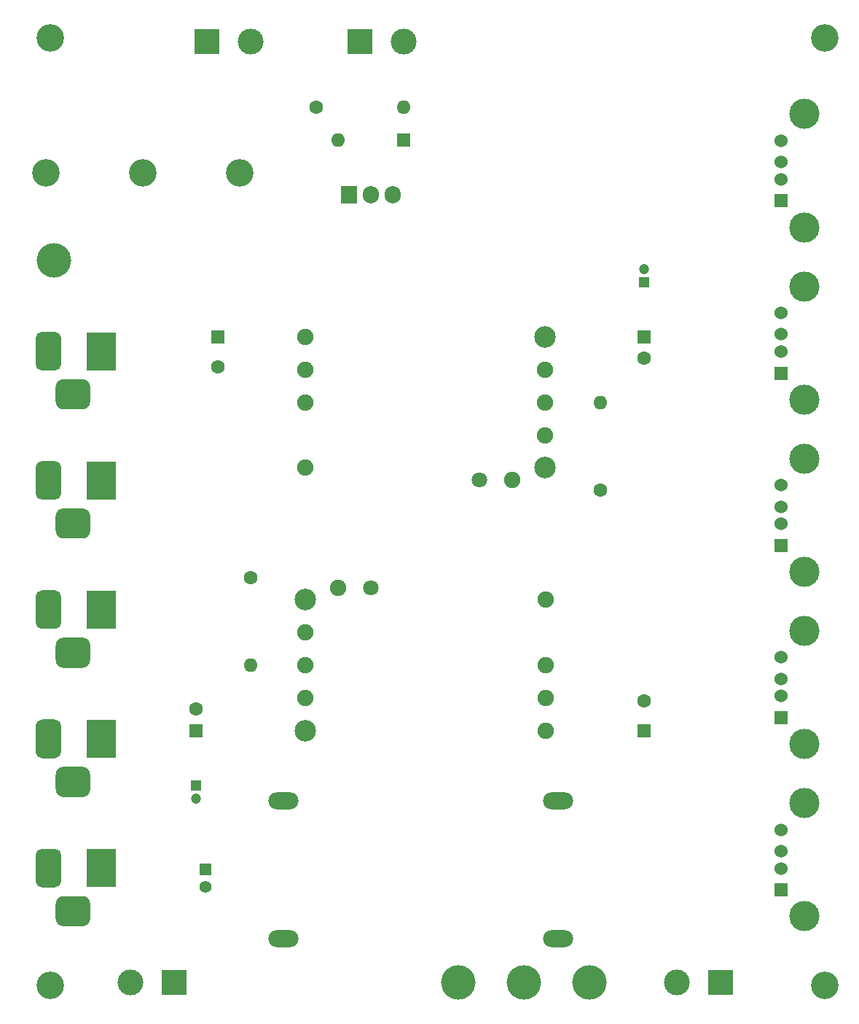
<source format=gts>
%TF.GenerationSoftware,KiCad,Pcbnew,5.1.12-84ad8e8a86~92~ubuntu20.04.1*%
%TF.CreationDate,2021-11-20T18:36:58+00:00*%
%TF.ProjectId,single,73696e67-6c65-42e6-9b69-6361645f7063,rev?*%
%TF.SameCoordinates,Original*%
%TF.FileFunction,Soldermask,Top*%
%TF.FilePolarity,Negative*%
%FSLAX46Y46*%
G04 Gerber Fmt 4.6, Leading zero omitted, Abs format (unit mm)*
G04 Created by KiCad (PCBNEW 5.1.12-84ad8e8a86~92~ubuntu20.04.1) date 2021-11-20 18:36:58*
%MOMM*%
%LPD*%
G01*
G04 APERTURE LIST*
%ADD10C,1.524000*%
%ADD11R,1.524000X1.524000*%
%ADD12C,3.500000*%
%ADD13O,1.600000X1.600000*%
%ADD14C,1.600000*%
%ADD15O,3.500000X2.000000*%
%ADD16C,1.400000*%
%ADD17R,1.400000X1.400000*%
%ADD18C,3.200000*%
%ADD19C,1.900000*%
%ADD20C,1.800000*%
%ADD21C,2.500000*%
%ADD22C,3.000000*%
%ADD23R,3.000000X3.000000*%
%ADD24R,1.600000X1.600000*%
%ADD25R,3.500000X4.500000*%
%ADD26C,1.200000*%
%ADD27R,1.200000X1.200000*%
%ADD28C,4.000000*%
%ADD29O,1.905000X2.000000*%
%ADD30R,1.905000X2.000000*%
G04 APERTURE END LIST*
D10*
%TO.C,USB4*%
X109920000Y-56890000D03*
X109920000Y-59390000D03*
X109920000Y-61390000D03*
D11*
X109920000Y-63890000D03*
D12*
X112630000Y-66960000D03*
X112630000Y-53820000D03*
%TD*%
D13*
%TO.C,R2*%
X88900000Y-67310000D03*
D14*
X88900000Y-77470000D03*
%TD*%
D15*
%TO.C,FAN_12V1*%
X84070000Y-113540000D03*
X52070000Y-113540000D03*
X84070000Y-129540000D03*
X52070000Y-129540000D03*
D16*
X43070000Y-123540000D03*
D17*
X43070000Y-121540000D03*
%TD*%
D18*
%TO.C,F1*%
X46990000Y-40640000D03*
X24490000Y-40640000D03*
X35740000Y-40640000D03*
%TD*%
D19*
%TO.C,Convert_5V1*%
X54610000Y-63490000D03*
X78710000Y-76290000D03*
D20*
X74910000Y-76290000D03*
D21*
X82510000Y-59690000D03*
D19*
X82510000Y-63490000D03*
X82510000Y-67290000D03*
X82510000Y-71090000D03*
D21*
X82510000Y-74890000D03*
D19*
X54610000Y-74890000D03*
X54610000Y-67290000D03*
X54610000Y-59690000D03*
%TD*%
D10*
%TO.C,USB5*%
X109920000Y-36890000D03*
X109920000Y-39390000D03*
X109920000Y-41390000D03*
D11*
X109920000Y-43890000D03*
D12*
X112630000Y-46960000D03*
X112630000Y-33820000D03*
%TD*%
D10*
%TO.C,USB1*%
X109920000Y-116890000D03*
X109920000Y-119390000D03*
X109920000Y-121390000D03*
D11*
X109920000Y-123890000D03*
D12*
X112630000Y-126960000D03*
X112630000Y-113820000D03*
%TD*%
D22*
%TO.C,OUT_5V1*%
X97790000Y-134620000D03*
D23*
X102870000Y-134620000D03*
%TD*%
D14*
%TO.C,C3*%
X93980000Y-62190000D03*
D24*
X93980000Y-59690000D03*
%TD*%
D22*
%TO.C,OUT_12V1*%
X34290000Y-134620000D03*
D23*
X39370000Y-134620000D03*
%TD*%
D14*
%TO.C,C6*%
X41910000Y-102910000D03*
D24*
X41910000Y-105410000D03*
%TD*%
D22*
%TO.C,IN_24V+1*%
X48260000Y-25400000D03*
D23*
X43180000Y-25400000D03*
%TD*%
%TO.C,DC2*%
G36*
G01*
X25650000Y-112225000D02*
X25650000Y-110475000D01*
G75*
G02*
X26525000Y-109600000I875000J0D01*
G01*
X28775000Y-109600000D01*
G75*
G02*
X29650000Y-110475000I0J-875000D01*
G01*
X29650000Y-112225000D01*
G75*
G02*
X28775000Y-113100000I-875000J0D01*
G01*
X26525000Y-113100000D01*
G75*
G02*
X25650000Y-112225000I0J875000D01*
G01*
G37*
G36*
G01*
X23300000Y-107850000D02*
X23300000Y-104850000D01*
G75*
G02*
X24050000Y-104100000I750000J0D01*
G01*
X25550000Y-104100000D01*
G75*
G02*
X26300000Y-104850000I0J-750000D01*
G01*
X26300000Y-107850000D01*
G75*
G02*
X25550000Y-108600000I-750000J0D01*
G01*
X24050000Y-108600000D01*
G75*
G02*
X23300000Y-107850000I0J750000D01*
G01*
G37*
D25*
X30950000Y-106350000D03*
%TD*%
%TO.C,DC4*%
G36*
G01*
X25650000Y-82225000D02*
X25650000Y-80475000D01*
G75*
G02*
X26525000Y-79600000I875000J0D01*
G01*
X28775000Y-79600000D01*
G75*
G02*
X29650000Y-80475000I0J-875000D01*
G01*
X29650000Y-82225000D01*
G75*
G02*
X28775000Y-83100000I-875000J0D01*
G01*
X26525000Y-83100000D01*
G75*
G02*
X25650000Y-82225000I0J875000D01*
G01*
G37*
G36*
G01*
X23300000Y-77850000D02*
X23300000Y-74850000D01*
G75*
G02*
X24050000Y-74100000I750000J0D01*
G01*
X25550000Y-74100000D01*
G75*
G02*
X26300000Y-74850000I0J-750000D01*
G01*
X26300000Y-77850000D01*
G75*
G02*
X25550000Y-78600000I-750000J0D01*
G01*
X24050000Y-78600000D01*
G75*
G02*
X23300000Y-77850000I0J750000D01*
G01*
G37*
X30950000Y-76350000D03*
%TD*%
%TO.C,DC1*%
G36*
G01*
X25650000Y-127225000D02*
X25650000Y-125475000D01*
G75*
G02*
X26525000Y-124600000I875000J0D01*
G01*
X28775000Y-124600000D01*
G75*
G02*
X29650000Y-125475000I0J-875000D01*
G01*
X29650000Y-127225000D01*
G75*
G02*
X28775000Y-128100000I-875000J0D01*
G01*
X26525000Y-128100000D01*
G75*
G02*
X25650000Y-127225000I0J875000D01*
G01*
G37*
G36*
G01*
X23300000Y-122850000D02*
X23300000Y-119850000D01*
G75*
G02*
X24050000Y-119100000I750000J0D01*
G01*
X25550000Y-119100000D01*
G75*
G02*
X26300000Y-119850000I0J-750000D01*
G01*
X26300000Y-122850000D01*
G75*
G02*
X25550000Y-123600000I-750000J0D01*
G01*
X24050000Y-123600000D01*
G75*
G02*
X23300000Y-122850000I0J750000D01*
G01*
G37*
X30950000Y-121350000D03*
%TD*%
D13*
%TO.C,R3*%
X48260000Y-97790000D03*
D14*
X48260000Y-87630000D03*
%TD*%
D19*
%TO.C,Convert_12V1*%
X82550000Y-101610000D03*
X58450000Y-88810000D03*
D20*
X62250000Y-88810000D03*
D21*
X54650000Y-105410000D03*
D19*
X54650000Y-101610000D03*
X54650000Y-97810000D03*
X54650000Y-94010000D03*
D21*
X54650000Y-90210000D03*
D19*
X82550000Y-90210000D03*
X82550000Y-97810000D03*
X82550000Y-105410000D03*
%TD*%
D26*
%TO.C,C2*%
X93980000Y-51840000D03*
D27*
X93980000Y-53340000D03*
%TD*%
D10*
%TO.C,USB2*%
X109920000Y-96890000D03*
X109920000Y-99390000D03*
X109920000Y-101390000D03*
D11*
X109920000Y-103890000D03*
D12*
X112630000Y-106960000D03*
X112630000Y-93820000D03*
%TD*%
D10*
%TO.C,USB3*%
X109920000Y-76890000D03*
X109920000Y-79390000D03*
X109920000Y-81390000D03*
D11*
X109920000Y-83890000D03*
D12*
X112630000Y-86960000D03*
X112630000Y-73820000D03*
%TD*%
D14*
%TO.C,C4*%
X93980000Y-101910000D03*
D24*
X93980000Y-105410000D03*
%TD*%
D22*
%TO.C,IN_24V-1*%
X66040000Y-25400000D03*
D23*
X60960000Y-25400000D03*
%TD*%
%TO.C,DC5*%
G36*
G01*
X25650000Y-67225000D02*
X25650000Y-65475000D01*
G75*
G02*
X26525000Y-64600000I875000J0D01*
G01*
X28775000Y-64600000D01*
G75*
G02*
X29650000Y-65475000I0J-875000D01*
G01*
X29650000Y-67225000D01*
G75*
G02*
X28775000Y-68100000I-875000J0D01*
G01*
X26525000Y-68100000D01*
G75*
G02*
X25650000Y-67225000I0J875000D01*
G01*
G37*
G36*
G01*
X23300000Y-62850000D02*
X23300000Y-59850000D01*
G75*
G02*
X24050000Y-59100000I750000J0D01*
G01*
X25550000Y-59100000D01*
G75*
G02*
X26300000Y-59850000I0J-750000D01*
G01*
X26300000Y-62850000D01*
G75*
G02*
X25550000Y-63600000I-750000J0D01*
G01*
X24050000Y-63600000D01*
G75*
G02*
X23300000Y-62850000I0J750000D01*
G01*
G37*
D25*
X30950000Y-61350000D03*
%TD*%
D26*
%TO.C,C5*%
X41910000Y-113260000D03*
D27*
X41910000Y-111760000D03*
%TD*%
D14*
%TO.C,C1*%
X44450000Y-63190000D03*
D24*
X44450000Y-59690000D03*
%TD*%
%TO.C,DC3*%
G36*
G01*
X25650000Y-97225000D02*
X25650000Y-95475000D01*
G75*
G02*
X26525000Y-94600000I875000J0D01*
G01*
X28775000Y-94600000D01*
G75*
G02*
X29650000Y-95475000I0J-875000D01*
G01*
X29650000Y-97225000D01*
G75*
G02*
X28775000Y-98100000I-875000J0D01*
G01*
X26525000Y-98100000D01*
G75*
G02*
X25650000Y-97225000I0J875000D01*
G01*
G37*
G36*
G01*
X23300000Y-92850000D02*
X23300000Y-89850000D01*
G75*
G02*
X24050000Y-89100000I750000J0D01*
G01*
X25550000Y-89100000D01*
G75*
G02*
X26300000Y-89850000I0J-750000D01*
G01*
X26300000Y-92850000D01*
G75*
G02*
X25550000Y-93600000I-750000J0D01*
G01*
X24050000Y-93600000D01*
G75*
G02*
X23300000Y-92850000I0J750000D01*
G01*
G37*
D25*
X30950000Y-91350000D03*
%TD*%
D28*
%TO.C,TP_GND1*%
X87630000Y-134620000D03*
%TD*%
%TO.C,TP_5V1*%
X80010000Y-134620000D03*
%TD*%
%TO.C,TP_24V1*%
X25400000Y-50800000D03*
%TD*%
%TO.C,TP_12V1*%
X72390000Y-134620000D03*
%TD*%
D18*
%TO.C,H4*%
X115000000Y-135000000D03*
%TD*%
%TO.C,H3*%
X25000000Y-135000000D03*
%TD*%
%TO.C,H2*%
X115000000Y-25000000D03*
%TD*%
%TO.C,H1*%
X25000000Y-25000000D03*
%TD*%
D13*
%TO.C,R1*%
X66040000Y-33020000D03*
D14*
X55880000Y-33020000D03*
%TD*%
D29*
%TO.C,Q1*%
X64770000Y-43180000D03*
X62230000Y-43180000D03*
D30*
X59690000Y-43180000D03*
%TD*%
D13*
%TO.C,D1*%
X58420000Y-36830000D03*
D24*
X66040000Y-36830000D03*
%TD*%
M02*

</source>
